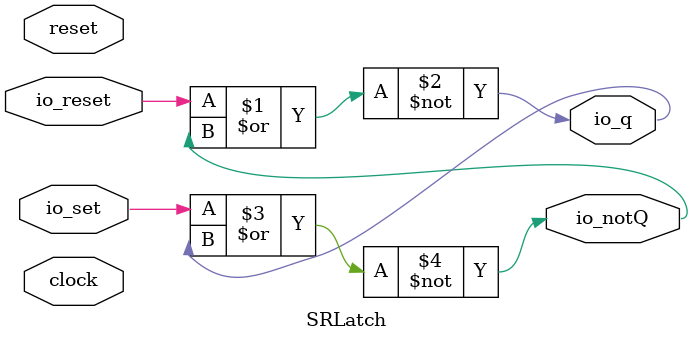
<source format=v>
module SRLatch(
  input   clock,
  input   reset,
  input   io_set,
  input   io_reset,
  output  io_q,
  output  io_notQ
);
  assign io_q = ~(io_reset | io_notQ); // @[SRLatch.scala 13:11]
  assign io_notQ = ~(io_set | io_q); // @[SRLatch.scala 14:14]
endmodule

</source>
